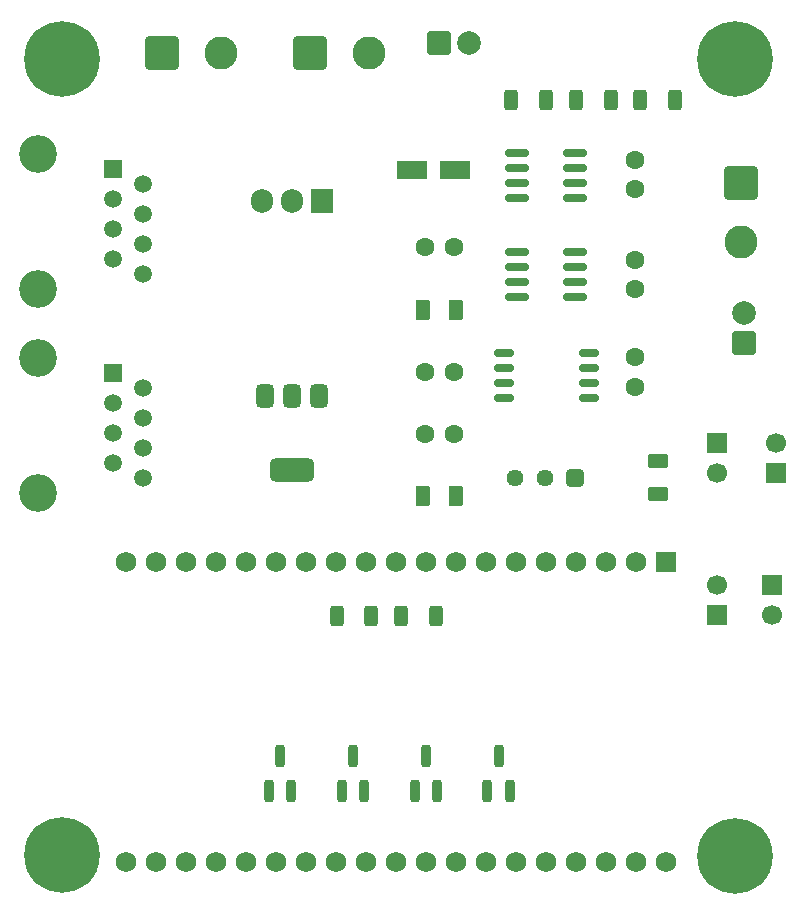
<source format=gbr>
%TF.GenerationSoftware,KiCad,Pcbnew,9.0.4*%
%TF.CreationDate,2025-10-29T20:45:07+01:00*%
%TF.ProjectId,Modu__Zaworu,4d6f6475-425f-45a6-9177-6f72752e6b69,rev?*%
%TF.SameCoordinates,Original*%
%TF.FileFunction,Soldermask,Top*%
%TF.FilePolarity,Negative*%
%FSLAX46Y46*%
G04 Gerber Fmt 4.6, Leading zero omitted, Abs format (unit mm)*
G04 Created by KiCad (PCBNEW 9.0.4) date 2025-10-29 20:45:07*
%MOMM*%
%LPD*%
G01*
G04 APERTURE LIST*
G04 Aperture macros list*
%AMRoundRect*
0 Rectangle with rounded corners*
0 $1 Rounding radius*
0 $2 $3 $4 $5 $6 $7 $8 $9 X,Y pos of 4 corners*
0 Add a 4 corners polygon primitive as box body*
4,1,4,$2,$3,$4,$5,$6,$7,$8,$9,$2,$3,0*
0 Add four circle primitives for the rounded corners*
1,1,$1+$1,$2,$3*
1,1,$1+$1,$4,$5*
1,1,$1+$1,$6,$7*
1,1,$1+$1,$8,$9*
0 Add four rect primitives between the rounded corners*
20,1,$1+$1,$2,$3,$4,$5,0*
20,1,$1+$1,$4,$5,$6,$7,0*
20,1,$1+$1,$6,$7,$8,$9,0*
20,1,$1+$1,$8,$9,$2,$3,0*%
G04 Aperture macros list end*
%ADD10R,1.700000X1.700000*%
%ADD11C,1.700000*%
%ADD12RoundRect,0.250001X-1.149999X-1.149999X1.149999X-1.149999X1.149999X1.149999X-1.149999X1.149999X0*%
%ADD13C,2.800000*%
%ADD14R,1.905000X2.000000*%
%ADD15O,1.905000X2.000000*%
%ADD16RoundRect,0.150000X-0.825000X-0.150000X0.825000X-0.150000X0.825000X0.150000X-0.825000X0.150000X0*%
%ADD17RoundRect,0.250000X-0.312500X-0.625000X0.312500X-0.625000X0.312500X0.625000X-0.312500X0.625000X0*%
%ADD18C,0.800000*%
%ADD19C,6.400000*%
%ADD20C,1.600000*%
%ADD21RoundRect,0.200000X0.200000X-0.750000X0.200000X0.750000X-0.200000X0.750000X-0.200000X-0.750000X0*%
%ADD22RoundRect,0.102000X-0.765000X0.765000X-0.765000X-0.765000X0.765000X-0.765000X0.765000X0.765000X0*%
%ADD23C,1.734000*%
%ADD24RoundRect,0.375000X-0.375000X0.625000X-0.375000X-0.625000X0.375000X-0.625000X0.375000X0.625000X0*%
%ADD25RoundRect,0.500000X-1.400000X0.500000X-1.400000X-0.500000X1.400000X-0.500000X1.400000X0.500000X0*%
%ADD26RoundRect,0.250000X0.750000X-0.750000X0.750000X0.750000X-0.750000X0.750000X-0.750000X-0.750000X0*%
%ADD27C,2.000000*%
%ADD28RoundRect,0.250000X0.312500X0.625000X-0.312500X0.625000X-0.312500X-0.625000X0.312500X-0.625000X0*%
%ADD29C,3.200000*%
%ADD30R,1.500000X1.500000*%
%ADD31C,1.500000*%
%ADD32RoundRect,0.250000X-0.470000X0.470000X-0.470000X-0.470000X0.470000X-0.470000X0.470000X0.470000X0*%
%ADD33C,1.440000*%
%ADD34RoundRect,0.250000X0.375000X0.625000X-0.375000X0.625000X-0.375000X-0.625000X0.375000X-0.625000X0*%
%ADD35RoundRect,0.250000X-0.750000X-0.750000X0.750000X-0.750000X0.750000X0.750000X-0.750000X0.750000X0*%
%ADD36RoundRect,0.162500X-0.650000X-0.162500X0.650000X-0.162500X0.650000X0.162500X-0.650000X0.162500X0*%
%ADD37RoundRect,0.250001X-1.149999X1.149999X-1.149999X-1.149999X1.149999X-1.149999X1.149999X1.149999X0*%
%ADD38RoundRect,0.250000X-0.625000X0.375000X-0.625000X-0.375000X0.625000X-0.375000X0.625000X0.375000X0*%
%ADD39RoundRect,0.250000X-0.375000X-0.625000X0.375000X-0.625000X0.375000X0.625000X-0.375000X0.625000X0*%
%ADD40RoundRect,0.250000X-1.050000X-0.550000X1.050000X-0.550000X1.050000X0.550000X-1.050000X0.550000X0*%
G04 APERTURE END LIST*
D10*
%TO.C,J9*%
X233000000Y-94540000D03*
D11*
X233000000Y-92000000D03*
%TD*%
D12*
%TO.C,J1*%
X181000000Y-59000000D03*
D13*
X186000000Y-59000000D03*
%TD*%
D14*
%TO.C,U3*%
X194500000Y-71500000D03*
D15*
X191960000Y-71500000D03*
X189420000Y-71500000D03*
%TD*%
D16*
%TO.C,U2*%
X211050000Y-67425000D03*
X211050000Y-68695000D03*
X211050000Y-69965000D03*
X211050000Y-71235000D03*
X216000000Y-71235000D03*
X216000000Y-69965000D03*
X216000000Y-68695000D03*
X216000000Y-67425000D03*
%TD*%
D17*
%TO.C,R4*%
X195775000Y-106618750D03*
X198700000Y-106618750D03*
%TD*%
D10*
%TO.C,J8*%
X228000000Y-92000000D03*
D11*
X228000000Y-94540000D03*
%TD*%
D10*
%TO.C,J10*%
X228000000Y-106540000D03*
D11*
X228000000Y-104000000D03*
%TD*%
D18*
%TO.C,REF\u002A\u002A*%
X170100000Y-59500000D03*
X170802944Y-57802944D03*
X170802944Y-61197056D03*
X172500000Y-57100000D03*
D19*
X172500000Y-59500000D03*
D18*
X172500000Y-61900000D03*
X174197056Y-57802944D03*
X174197056Y-61197056D03*
X174900000Y-59500000D03*
%TD*%
D20*
%TO.C,C2*%
X221000000Y-70500000D03*
X221000000Y-68000000D03*
%TD*%
D21*
%TO.C,Q4*%
X208550000Y-121500000D03*
X210450000Y-121500000D03*
X209500000Y-118500000D03*
%TD*%
D22*
%TO.C,U6*%
X223700000Y-102072500D03*
D23*
X221160000Y-102072500D03*
X218620000Y-102072500D03*
X216080000Y-102072500D03*
X213540000Y-102072500D03*
X211000000Y-102072500D03*
X208460000Y-102072500D03*
X205920000Y-102072500D03*
X203380000Y-102072500D03*
X200840000Y-102072500D03*
X198300000Y-102072500D03*
X195760000Y-102072500D03*
X193220000Y-102072500D03*
X190680000Y-102072500D03*
X188140000Y-102072500D03*
X185600000Y-102072500D03*
X183060000Y-102072500D03*
X180520000Y-102072500D03*
X177980000Y-102072500D03*
X177980000Y-127472500D03*
X180520000Y-127472500D03*
X183060000Y-127472500D03*
X185600000Y-127472500D03*
X188140000Y-127472500D03*
X190680000Y-127472500D03*
X193220000Y-127472500D03*
X195760000Y-127472500D03*
X198300000Y-127472500D03*
X200840000Y-127472500D03*
X203380000Y-127472500D03*
X205920000Y-127472500D03*
X208460000Y-127472500D03*
X211000000Y-127472500D03*
X213540000Y-127472500D03*
X216080000Y-127472500D03*
X218620000Y-127472500D03*
X221160000Y-127472500D03*
X223700000Y-127472500D03*
%TD*%
D24*
%TO.C,U5*%
X194300000Y-88000000D03*
X192000000Y-88000000D03*
X189700000Y-88000000D03*
D25*
X192000000Y-94300000D03*
%TD*%
D26*
%TO.C,J5*%
X230250000Y-83540000D03*
D27*
X230250000Y-81000000D03*
%TD*%
D28*
%TO.C,R5*%
X204162500Y-106618750D03*
X201237500Y-106618750D03*
%TD*%
D21*
%TO.C,Q3*%
X202383333Y-121500000D03*
X204283333Y-121500000D03*
X203333333Y-118500000D03*
%TD*%
D20*
%TO.C,C3*%
X205730000Y-75422000D03*
X203230000Y-75422000D03*
%TD*%
D29*
%TO.C,J7*%
X170500000Y-84800000D03*
X170500000Y-96230000D03*
D30*
X176850000Y-86070000D03*
D31*
X179390000Y-87340000D03*
X176850000Y-88610000D03*
X179390000Y-89880000D03*
X176850000Y-91150000D03*
X179390000Y-92420000D03*
X176850000Y-93690000D03*
X179390000Y-94960000D03*
%TD*%
D18*
%TO.C,REF\u002A\u002A*%
X227100000Y-59500000D03*
X227802944Y-57802944D03*
X227802944Y-61197056D03*
X229500000Y-57100000D03*
D19*
X229500000Y-59500000D03*
D18*
X229500000Y-61900000D03*
X231197056Y-57802944D03*
X231197056Y-61197056D03*
X231900000Y-59500000D03*
%TD*%
D17*
%TO.C,R3*%
X216075000Y-63000000D03*
X219000000Y-63000000D03*
%TD*%
D32*
%TO.C,RV1*%
X216000000Y-95000000D03*
D33*
X213460000Y-95000000D03*
X210920000Y-95000000D03*
%TD*%
D12*
%TO.C,J2*%
X193500000Y-59000000D03*
D13*
X198500000Y-59000000D03*
%TD*%
D28*
%TO.C,R1*%
X213500000Y-63000000D03*
X210575000Y-63000000D03*
%TD*%
D34*
%TO.C,D2*%
X205860000Y-96470000D03*
X203060000Y-96470000D03*
%TD*%
D20*
%TO.C,C6*%
X221000000Y-84750000D03*
X221000000Y-87250000D03*
%TD*%
D18*
%TO.C,REF\u002A\u002A*%
X170100000Y-126900000D03*
X170802944Y-125202944D03*
X170802944Y-128597056D03*
X172500000Y-124500000D03*
D19*
X172500000Y-126900000D03*
D18*
X172500000Y-129300000D03*
X174197056Y-125202944D03*
X174197056Y-128597056D03*
X174900000Y-126900000D03*
%TD*%
D35*
%TO.C,J3*%
X204460000Y-58100000D03*
D27*
X207000000Y-58100000D03*
%TD*%
D16*
%TO.C,U1*%
X211050000Y-75856667D03*
X211050000Y-77126667D03*
X211050000Y-78396667D03*
X211050000Y-79666667D03*
X216000000Y-79666667D03*
X216000000Y-78396667D03*
X216000000Y-77126667D03*
X216000000Y-75856667D03*
%TD*%
D10*
%TO.C,J11*%
X232645000Y-104000000D03*
D11*
X232645000Y-106540000D03*
%TD*%
D36*
%TO.C,U4*%
X209937500Y-84358333D03*
X209937500Y-85628333D03*
X209937500Y-86898333D03*
X209937500Y-88168333D03*
X217112500Y-88168333D03*
X217112500Y-86898333D03*
X217112500Y-85628333D03*
X217112500Y-84358333D03*
%TD*%
D37*
%TO.C,J4*%
X230000000Y-70000000D03*
D13*
X230000000Y-75000000D03*
%TD*%
D38*
%TO.C,D3*%
X223000000Y-93500000D03*
X223000000Y-96300000D03*
%TD*%
D20*
%TO.C,C7*%
X203250000Y-91250000D03*
X205750000Y-91250000D03*
%TD*%
%TO.C,C5*%
X203230000Y-86000000D03*
X205730000Y-86000000D03*
%TD*%
D21*
%TO.C,Q1*%
X190050000Y-121500000D03*
X191950000Y-121500000D03*
X191000000Y-118500000D03*
%TD*%
D39*
%TO.C,D1*%
X203100000Y-80714000D03*
X205900000Y-80714000D03*
%TD*%
D18*
%TO.C,REF\u002A\u002A*%
X227100000Y-127000000D03*
X227802944Y-125302944D03*
X227802944Y-128697056D03*
X229500000Y-124600000D03*
D19*
X229500000Y-127000000D03*
D18*
X229500000Y-129400000D03*
X231197056Y-125302944D03*
X231197056Y-128697056D03*
X231900000Y-127000000D03*
%TD*%
D21*
%TO.C,Q2*%
X196216667Y-121500000D03*
X198116667Y-121500000D03*
X197166667Y-118500000D03*
%TD*%
D17*
%TO.C,R2*%
X221500000Y-63000000D03*
X224425000Y-63000000D03*
%TD*%
D40*
%TO.C,C1*%
X202200000Y-68900000D03*
X205800000Y-68900000D03*
%TD*%
D20*
%TO.C,C4*%
X221000000Y-76500000D03*
X221000000Y-79000000D03*
%TD*%
D29*
%TO.C,J6*%
X170500000Y-67570000D03*
X170500000Y-79000000D03*
D30*
X176850000Y-68840000D03*
D31*
X179390000Y-70110000D03*
X176850000Y-71380000D03*
X179390000Y-72650000D03*
X176850000Y-73920000D03*
X179390000Y-75190000D03*
X176850000Y-76460000D03*
X179390000Y-77730000D03*
%TD*%
M02*

</source>
